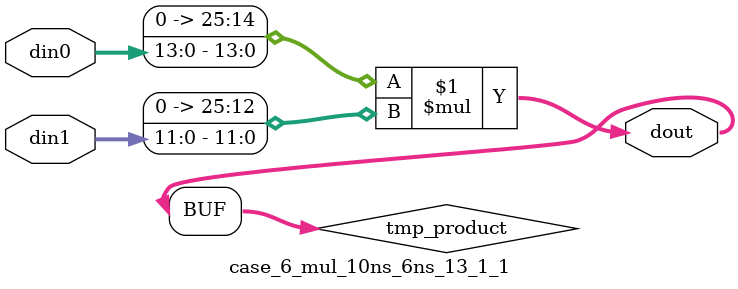
<source format=v>

`timescale 1 ns / 1 ps

 (* use_dsp = "no" *)  module case_6_mul_10ns_6ns_13_1_1(din0, din1, dout);
parameter ID = 1;
parameter NUM_STAGE = 0;
parameter din0_WIDTH = 14;
parameter din1_WIDTH = 12;
parameter dout_WIDTH = 26;

input [din0_WIDTH - 1 : 0] din0; 
input [din1_WIDTH - 1 : 0] din1; 
output [dout_WIDTH - 1 : 0] dout;

wire signed [dout_WIDTH - 1 : 0] tmp_product;
























assign tmp_product = $signed({1'b0, din0}) * $signed({1'b0, din1});











assign dout = tmp_product;





















endmodule

</source>
